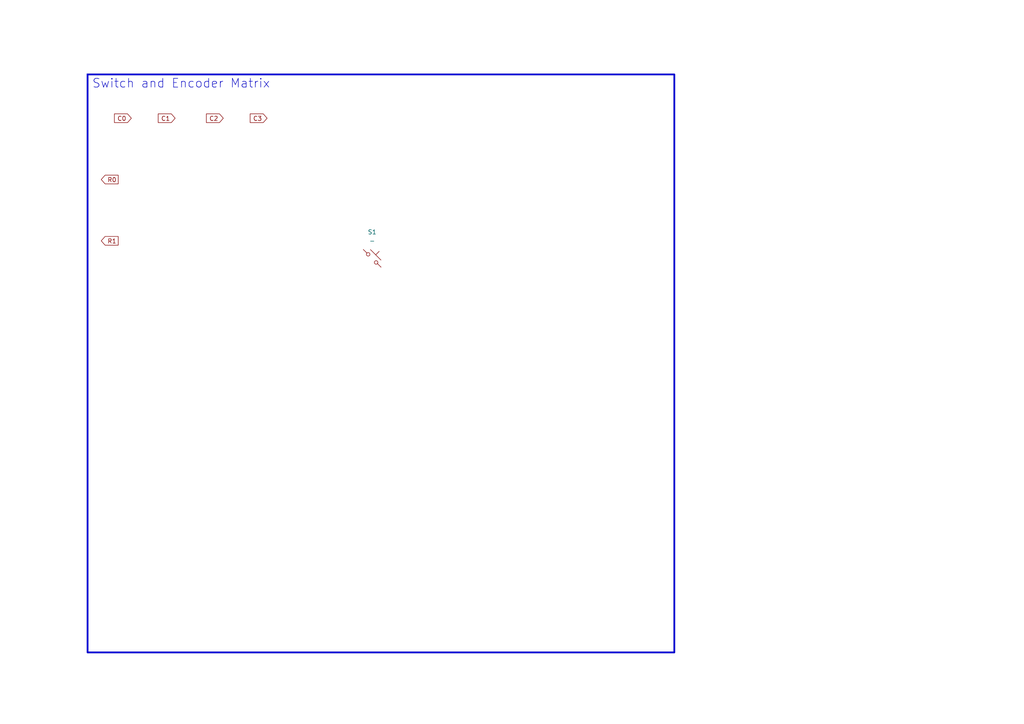
<source format=kicad_sch>
(kicad_sch (version 20250114) (generator "eeschema") (generator_version "9.0")
  (paper "A4")
  (lib_symbols
    (symbol "ScottoKeebs:Placeholder_Keyswitch" (pin_numbers (hide yes)) (pin_names (offset 1.016) (hide yes))
      (property "Reference" "S" (at 3.048 1.016 0))
      (property "Value" "Keyswitch" (at 0 -3.81 0))
      (symbol "Placeholder_Keyswitch_0_1"
        (polyline (pts (xy -2.54 2.54) (xy -1.524 1.524) (xy -1.524 1.524)))
        (circle (center -1.1684 1.1684) (radius 0.508))
        (polyline (pts (xy -0.508 2.54) (xy 2.54 -0.508)))
        (polyline (pts (xy 1.016 1.016) (xy 2.032 2.032)))
        (circle (center 1.143 -1.1938) (radius 0.508))
        (polyline (pts (xy 1.524 -1.524) (xy 2.54 -2.54) (xy 2.54 -2.54) (xy 2.54 -2.54)))
        (pin passive line (at -2.54 2.54 0) (length 0) (name "1") (number "1"))
        (pin passive line (at 2.54 -2.54 180) (length 0) (name "2") (number "2"))
      )
    )
  )
  (rectangle (start 25.4 21.59) (end 195.58 189.23) (stroke (width 0.508)))
  (text "Switch and Encoder Matrix" (at 26.67 22.86 0) (effects (font (size 2.54 2.54)) (justify left top)))
  (global_label "C1" (shape input) (at 50.8 34.29 180) (property "Intersheetrefs" "${INTERSHEET_REFS}" (effects (hide yes))))
  (global_label "C3" (shape input) (at 77.47 34.29 180) (property "Intersheetrefs" "${INTERSHEET_REFS}" (effects (hide yes))))
  (global_label "R0" (shape output) (at 34.29 52.07 180) (property "Intersheetrefs" "${INTERSHEET_REFS}" (effects (hide yes))))
  (global_label "R1" (shape output) (at 34.29 69.85 180) (property "Intersheetrefs" "${INTERSHEET_REFS}" (effects (hide yes))))
  (global_label "C0" (shape input) (at 38.1 34.29 180) (property "Intersheetrefs" "${INTERSHEET_REFS}" (effects (hide yes))))
  (global_label "C2" (shape input) (at 64.77 34.29 180) (property "Intersheetrefs" "${INTERSHEET_REFS}" (effects (hide yes))))
  (symbol (lib_id "ScottoKeebs:Placeholder_Keyswitch") (at 107.95 74.93 0) (unit 1)
    (property "Reference" "S1" (at 107.95 67.31 0))
    (property "Value" "-" (at 107.95 69.85 0))
    (property "Description" "Push button switch, normally open, two pins, 45° tilted" (effects (hide yes)))
  )
)
</source>
